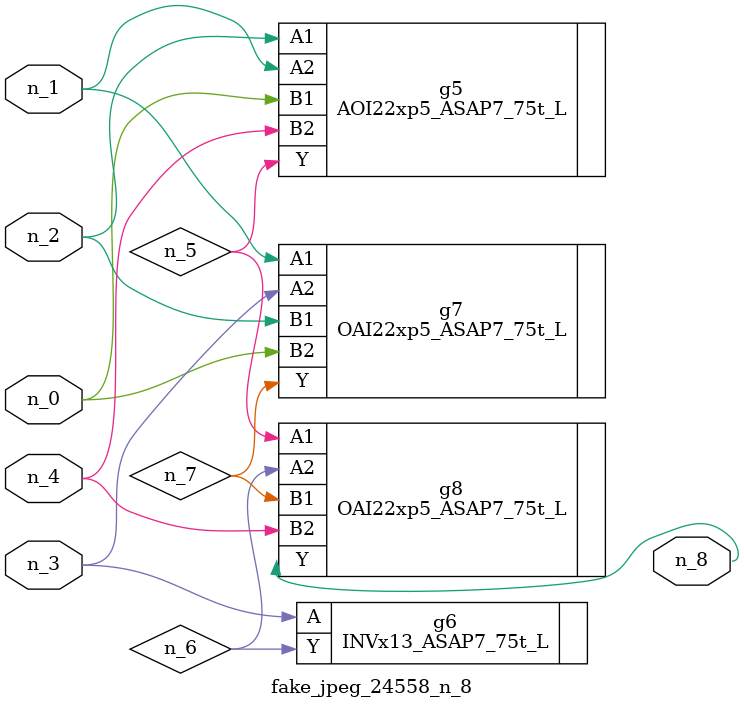
<source format=v>
module fake_jpeg_24558_n_8 (n_3, n_2, n_1, n_0, n_4, n_8);

input n_3;
input n_2;
input n_1;
input n_0;
input n_4;

output n_8;

wire n_6;
wire n_5;
wire n_7;

AOI22xp5_ASAP7_75t_L g5 ( 
.A1(n_2),
.A2(n_1),
.B1(n_0),
.B2(n_4),
.Y(n_5)
);

INVx13_ASAP7_75t_L g6 ( 
.A(n_3),
.Y(n_6)
);

OAI22xp5_ASAP7_75t_L g7 ( 
.A1(n_1),
.A2(n_3),
.B1(n_2),
.B2(n_0),
.Y(n_7)
);

OAI22xp5_ASAP7_75t_L g8 ( 
.A1(n_5),
.A2(n_6),
.B1(n_7),
.B2(n_4),
.Y(n_8)
);


endmodule
</source>
